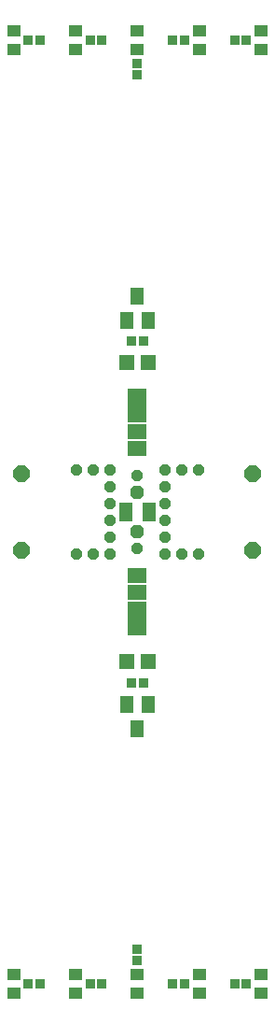
<source format=gts>
G75*
%MOIN*%
%OFA0B0*%
%FSLAX24Y24*%
%IPPOS*%
%LPD*%
%AMOC8*
5,1,8,0,0,1.08239X$1,22.5*
%
%ADD10R,0.0350X0.0380*%
%ADD11R,0.0500X0.0430*%
%ADD12R,0.0474X0.0631*%
%ADD13R,0.0710X0.0671*%
%ADD14R,0.0552X0.0552*%
%ADD15R,0.0710X0.0540*%
%ADD16OC8,0.0417*%
%ADD17OC8,0.0611*%
%ADD18OC8,0.0496*%
%ADD19R,0.0460X0.0680*%
%ADD20R,0.0380X0.0350*%
D10*
X001342Y001208D03*
X001762Y001208D03*
X003557Y001208D03*
X003977Y001208D03*
X006509Y001208D03*
X006929Y001208D03*
X008724Y001208D03*
X009144Y001208D03*
X005453Y011936D03*
X005033Y011936D03*
X005033Y024141D03*
X005453Y024141D03*
X006509Y034869D03*
X006929Y034869D03*
X008724Y034869D03*
X009144Y034869D03*
X003977Y034869D03*
X003557Y034869D03*
X001762Y034869D03*
X001342Y034869D03*
D11*
X000814Y000860D03*
X000814Y001540D03*
X003029Y001540D03*
X003029Y000860D03*
X005243Y000860D03*
X005243Y001540D03*
X007458Y001540D03*
X007458Y000860D03*
X009672Y000860D03*
X009672Y001540D03*
X009672Y034537D03*
X009672Y035217D03*
X007458Y035217D03*
X007458Y034537D03*
X005243Y034537D03*
X005243Y035217D03*
X003029Y035217D03*
X003029Y034537D03*
X000814Y034537D03*
X000814Y035217D03*
D12*
X004869Y024889D03*
X005243Y025755D03*
X005617Y024889D03*
X005617Y011188D03*
X005243Y010322D03*
X004869Y011188D03*
D13*
X005243Y013983D03*
X005243Y022094D03*
D14*
X004849Y023373D03*
X005637Y023373D03*
X005637Y012704D03*
X004849Y012704D03*
D15*
X005243Y014584D03*
X005243Y015184D03*
X005243Y015784D03*
X005243Y020293D03*
X005243Y020893D03*
X005243Y021493D03*
D16*
X005243Y019338D03*
X005243Y016738D03*
X004249Y016538D03*
X004249Y017138D03*
X004249Y017738D03*
X004249Y018338D03*
X004249Y018938D03*
X004249Y019538D03*
X003649Y019538D03*
X003049Y019538D03*
X003049Y016538D03*
X003649Y016538D03*
X006237Y016538D03*
X006237Y017138D03*
X006237Y017738D03*
X006237Y018338D03*
X006237Y018938D03*
X006237Y019538D03*
X006837Y019538D03*
X007437Y019538D03*
X007437Y016538D03*
X006837Y016538D03*
D17*
X009377Y016660D03*
X009377Y019416D03*
X001109Y019416D03*
X001109Y016660D03*
D18*
X005243Y017351D03*
X005243Y018726D03*
D19*
X004833Y018038D03*
X005653Y018038D03*
D20*
X005243Y002451D03*
X005243Y002031D03*
X005243Y033626D03*
X005243Y034046D03*
M02*

</source>
